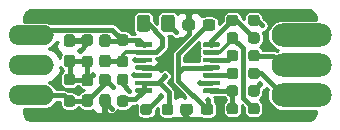
<source format=gbr>
%TF.GenerationSoftware,KiCad,Pcbnew,5.1.9-1.fc32*%
%TF.CreationDate,2021-03-14T18:14:37+05:30*%
%TF.ProjectId,BioAmp-EXG-Pill,42696f41-6d70-42d4-9558-472d50696c6c,v0.7*%
%TF.SameCoordinates,Original*%
%TF.FileFunction,Copper,L1,Top*%
%TF.FilePolarity,Positive*%
%FSLAX46Y46*%
G04 Gerber Fmt 4.6, Leading zero omitted, Abs format (unit mm)*
G04 Created by KiCad (PCBNEW 5.1.9-1.fc32) date 2021-03-14 18:14:37*
%MOMM*%
%LPD*%
G01*
G04 APERTURE LIST*
%TA.AperFunction,ComponentPad*%
%ADD10O,3.500000X1.700000*%
%TD*%
%TA.AperFunction,ComponentPad*%
%ADD11O,3.500000X2.000000*%
%TD*%
%TA.AperFunction,ComponentPad*%
%ADD12O,4.500000X2.000000*%
%TD*%
%TA.AperFunction,ComponentPad*%
%ADD13O,2.000000X1.700000*%
%TD*%
%TA.AperFunction,ViaPad*%
%ADD14C,0.500000*%
%TD*%
%TA.AperFunction,ViaPad*%
%ADD15C,0.400000*%
%TD*%
%TA.AperFunction,ViaPad*%
%ADD16C,1.700000*%
%TD*%
%TA.AperFunction,Conductor*%
%ADD17C,0.400000*%
%TD*%
%TA.AperFunction,Conductor*%
%ADD18C,0.300000*%
%TD*%
%TA.AperFunction,Conductor*%
%ADD19C,0.500000*%
%TD*%
%TA.AperFunction,Conductor*%
%ADD20C,0.254000*%
%TD*%
%TA.AperFunction,Conductor*%
%ADD21C,0.100000*%
%TD*%
G04 APERTURE END LIST*
%TO.P,U1,14*%
%TO.N,ampRef*%
%TA.AperFunction,SMDPad,CuDef*%
G36*
G01*
X132325000Y-99050000D02*
X132325000Y-99250000D01*
G75*
G02*
X132225000Y-99350000I-100000J0D01*
G01*
X130950000Y-99350000D01*
G75*
G02*
X130850000Y-99250000I0J100000D01*
G01*
X130850000Y-99050000D01*
G75*
G02*
X130950000Y-98950000I100000J0D01*
G01*
X132225000Y-98950000D01*
G75*
G02*
X132325000Y-99050000I0J-100000D01*
G01*
G37*
%TD.AperFunction*%
%TO.P,U1,13*%
%TA.AperFunction,SMDPad,CuDef*%
G36*
G01*
X132325000Y-98400000D02*
X132325000Y-98600000D01*
G75*
G02*
X132225000Y-98700000I-100000J0D01*
G01*
X130950000Y-98700000D01*
G75*
G02*
X130850000Y-98600000I0J100000D01*
G01*
X130850000Y-98400000D01*
G75*
G02*
X130950000Y-98300000I100000J0D01*
G01*
X132225000Y-98300000D01*
G75*
G02*
X132325000Y-98400000I0J-100000D01*
G01*
G37*
%TD.AperFunction*%
%TO.P,U1,12*%
%TO.N,vRef*%
%TA.AperFunction,SMDPad,CuDef*%
G36*
G01*
X132325000Y-97750000D02*
X132325000Y-97950000D01*
G75*
G02*
X132225000Y-98050000I-100000J0D01*
G01*
X130950000Y-98050000D01*
G75*
G02*
X130850000Y-97950000I0J100000D01*
G01*
X130850000Y-97750000D01*
G75*
G02*
X130950000Y-97650000I100000J0D01*
G01*
X132225000Y-97650000D01*
G75*
G02*
X132325000Y-97750000I0J-100000D01*
G01*
G37*
%TD.AperFunction*%
%TO.P,U1,11*%
%TO.N,GND*%
%TA.AperFunction,SMDPad,CuDef*%
G36*
G01*
X132325000Y-97100000D02*
X132325000Y-97300000D01*
G75*
G02*
X132225000Y-97400000I-100000J0D01*
G01*
X130950000Y-97400000D01*
G75*
G02*
X130850000Y-97300000I0J100000D01*
G01*
X130850000Y-97100000D01*
G75*
G02*
X130950000Y-97000000I100000J0D01*
G01*
X132225000Y-97000000D01*
G75*
G02*
X132325000Y-97100000I0J-100000D01*
G01*
G37*
%TD.AperFunction*%
%TO.P,U1,10*%
%TO.N,ampRef*%
%TA.AperFunction,SMDPad,CuDef*%
G36*
G01*
X132325000Y-96450000D02*
X132325000Y-96650000D01*
G75*
G02*
X132225000Y-96750000I-100000J0D01*
G01*
X130950000Y-96750000D01*
G75*
G02*
X130850000Y-96650000I0J100000D01*
G01*
X130850000Y-96450000D01*
G75*
G02*
X130950000Y-96350000I100000J0D01*
G01*
X132225000Y-96350000D01*
G75*
G02*
X132325000Y-96450000I0J-100000D01*
G01*
G37*
%TD.AperFunction*%
%TO.P,U1,9*%
%TO.N,Net-(C1-Pad1)*%
%TA.AperFunction,SMDPad,CuDef*%
G36*
G01*
X132325000Y-95800000D02*
X132325000Y-96000000D01*
G75*
G02*
X132225000Y-96100000I-100000J0D01*
G01*
X130950000Y-96100000D01*
G75*
G02*
X130850000Y-96000000I0J100000D01*
G01*
X130850000Y-95800000D01*
G75*
G02*
X130950000Y-95700000I100000J0D01*
G01*
X132225000Y-95700000D01*
G75*
G02*
X132325000Y-95800000I0J-100000D01*
G01*
G37*
%TD.AperFunction*%
%TO.P,U1,8*%
%TO.N,OUT*%
%TA.AperFunction,SMDPad,CuDef*%
G36*
G01*
X132325000Y-95150000D02*
X132325000Y-95350000D01*
G75*
G02*
X132225000Y-95450000I-100000J0D01*
G01*
X130950000Y-95450000D01*
G75*
G02*
X130850000Y-95350000I0J100000D01*
G01*
X130850000Y-95150000D01*
G75*
G02*
X130950000Y-95050000I100000J0D01*
G01*
X132225000Y-95050000D01*
G75*
G02*
X132325000Y-95150000I0J-100000D01*
G01*
G37*
%TD.AperFunction*%
%TO.P,U1,7*%
%TO.N,inaOUT*%
%TA.AperFunction,SMDPad,CuDef*%
G36*
G01*
X138050000Y-95150000D02*
X138050000Y-95350000D01*
G75*
G02*
X137950000Y-95450000I-100000J0D01*
G01*
X136675000Y-95450000D01*
G75*
G02*
X136575000Y-95350000I0J100000D01*
G01*
X136575000Y-95150000D01*
G75*
G02*
X136675000Y-95050000I100000J0D01*
G01*
X137950000Y-95050000D01*
G75*
G02*
X138050000Y-95150000I0J-100000D01*
G01*
G37*
%TD.AperFunction*%
%TO.P,U1,6*%
%TO.N,Net-(R3-Pad1)*%
%TA.AperFunction,SMDPad,CuDef*%
G36*
G01*
X138050000Y-95800000D02*
X138050000Y-96000000D01*
G75*
G02*
X137950000Y-96100000I-100000J0D01*
G01*
X136675000Y-96100000D01*
G75*
G02*
X136575000Y-96000000I0J100000D01*
G01*
X136575000Y-95800000D01*
G75*
G02*
X136675000Y-95700000I100000J0D01*
G01*
X137950000Y-95700000D01*
G75*
G02*
X138050000Y-95800000I0J-100000D01*
G01*
G37*
%TD.AperFunction*%
%TO.P,U1,5*%
%TO.N,Net-(R12-Pad1)*%
%TA.AperFunction,SMDPad,CuDef*%
G36*
G01*
X138050000Y-96450000D02*
X138050000Y-96650000D01*
G75*
G02*
X137950000Y-96750000I-100000J0D01*
G01*
X136675000Y-96750000D01*
G75*
G02*
X136575000Y-96650000I0J100000D01*
G01*
X136575000Y-96450000D01*
G75*
G02*
X136675000Y-96350000I100000J0D01*
G01*
X137950000Y-96350000D01*
G75*
G02*
X138050000Y-96450000I0J-100000D01*
G01*
G37*
%TD.AperFunction*%
%TO.P,U1,4*%
%TO.N,VCC*%
%TA.AperFunction,SMDPad,CuDef*%
G36*
G01*
X138050000Y-97100000D02*
X138050000Y-97300000D01*
G75*
G02*
X137950000Y-97400000I-100000J0D01*
G01*
X136675000Y-97400000D01*
G75*
G02*
X136575000Y-97300000I0J100000D01*
G01*
X136575000Y-97100000D01*
G75*
G02*
X136675000Y-97000000I100000J0D01*
G01*
X137950000Y-97000000D01*
G75*
G02*
X138050000Y-97100000I0J-100000D01*
G01*
G37*
%TD.AperFunction*%
%TO.P,U1,3*%
%TO.N,Net-(R6-Pad1)*%
%TA.AperFunction,SMDPad,CuDef*%
G36*
G01*
X138050000Y-97750000D02*
X138050000Y-97950000D01*
G75*
G02*
X137950000Y-98050000I-100000J0D01*
G01*
X136675000Y-98050000D01*
G75*
G02*
X136575000Y-97950000I0J100000D01*
G01*
X136575000Y-97750000D01*
G75*
G02*
X136675000Y-97650000I100000J0D01*
G01*
X137950000Y-97650000D01*
G75*
G02*
X138050000Y-97750000I0J-100000D01*
G01*
G37*
%TD.AperFunction*%
%TO.P,U1,2*%
%TO.N,Net-(R1-Pad1)*%
%TA.AperFunction,SMDPad,CuDef*%
G36*
G01*
X138050000Y-98400000D02*
X138050000Y-98600000D01*
G75*
G02*
X137950000Y-98700000I-100000J0D01*
G01*
X136675000Y-98700000D01*
G75*
G02*
X136575000Y-98600000I0J100000D01*
G01*
X136575000Y-98400000D01*
G75*
G02*
X136675000Y-98300000I100000J0D01*
G01*
X137950000Y-98300000D01*
G75*
G02*
X138050000Y-98400000I0J-100000D01*
G01*
G37*
%TD.AperFunction*%
%TO.P,U1,1*%
%TO.N,Net-(R2-Pad1)*%
%TA.AperFunction,SMDPad,CuDef*%
G36*
G01*
X138050000Y-99050000D02*
X138050000Y-99250000D01*
G75*
G02*
X137950000Y-99350000I-100000J0D01*
G01*
X136675000Y-99350000D01*
G75*
G02*
X136575000Y-99250000I0J100000D01*
G01*
X136575000Y-99050000D01*
G75*
G02*
X136675000Y-98950000I100000J0D01*
G01*
X137950000Y-98950000D01*
G75*
G02*
X138050000Y-99050000I0J-100000D01*
G01*
G37*
%TD.AperFunction*%
%TD*%
%TO.P,C3,2*%
%TO.N,vRef*%
%TA.AperFunction,SMDPad,CuDef*%
G36*
G01*
X127037500Y-98805000D02*
X126562500Y-98805000D01*
G75*
G02*
X126325000Y-98567500I0J237500D01*
G01*
X126325000Y-97967500D01*
G75*
G02*
X126562500Y-97730000I237500J0D01*
G01*
X127037500Y-97730000D01*
G75*
G02*
X127275000Y-97967500I0J-237500D01*
G01*
X127275000Y-98567500D01*
G75*
G02*
X127037500Y-98805000I-237500J0D01*
G01*
G37*
%TD.AperFunction*%
%TO.P,C3,1*%
%TO.N,VCC*%
%TA.AperFunction,SMDPad,CuDef*%
G36*
G01*
X127037500Y-100530000D02*
X126562500Y-100530000D01*
G75*
G02*
X126325000Y-100292500I0J237500D01*
G01*
X126325000Y-99692500D01*
G75*
G02*
X126562500Y-99455000I237500J0D01*
G01*
X127037500Y-99455000D01*
G75*
G02*
X127275000Y-99692500I0J-237500D01*
G01*
X127275000Y-100292500D01*
G75*
G02*
X127037500Y-100530000I-237500J0D01*
G01*
G37*
%TD.AperFunction*%
%TD*%
D10*
%TO.P,J2,1*%
%TO.N,OUT*%
X121850000Y-94480000D03*
%TO.P,J2,2*%
%TO.N,GND*%
X121850000Y-97020000D03*
%TO.P,J2,3*%
%TO.N,VCC*%
X121850000Y-99560000D03*
%TD*%
D11*
%TO.P,J1,1*%
%TO.N,DRL*%
X145760000Y-94470000D03*
%TO.P,J1,2*%
%TO.N,BIO+*%
X145760000Y-97010000D03*
%TO.P,J1,3*%
%TO.N,BIO-*%
X145760000Y-99550000D03*
%TD*%
%TO.P,C1,2*%
%TO.N,Net-(C1-Pad2)*%
%TA.AperFunction,SMDPad,CuDef*%
G36*
G01*
X133050000Y-93925000D02*
X133050000Y-92975000D01*
G75*
G02*
X133300000Y-92725000I250000J0D01*
G01*
X133975000Y-92725000D01*
G75*
G02*
X134225000Y-92975000I0J-250000D01*
G01*
X134225000Y-93925000D01*
G75*
G02*
X133975000Y-94175000I-250000J0D01*
G01*
X133300000Y-94175000D01*
G75*
G02*
X133050000Y-93925000I0J250000D01*
G01*
G37*
%TD.AperFunction*%
%TO.P,C1,1*%
%TO.N,Net-(C1-Pad1)*%
%TA.AperFunction,SMDPad,CuDef*%
G36*
G01*
X130975000Y-93925000D02*
X130975000Y-92975000D01*
G75*
G02*
X131225000Y-92725000I250000J0D01*
G01*
X131900000Y-92725000D01*
G75*
G02*
X132150000Y-92975000I0J-250000D01*
G01*
X132150000Y-93925000D01*
G75*
G02*
X131900000Y-94175000I-250000J0D01*
G01*
X131225000Y-94175000D01*
G75*
G02*
X130975000Y-93925000I0J250000D01*
G01*
G37*
%TD.AperFunction*%
%TD*%
%TO.P,C8,2*%
%TO.N,VCC*%
%TA.AperFunction,SMDPad,CuDef*%
G36*
G01*
X136395000Y-100967500D02*
X136395000Y-100492500D01*
G75*
G02*
X136632500Y-100255000I237500J0D01*
G01*
X137232500Y-100255000D01*
G75*
G02*
X137470000Y-100492500I0J-237500D01*
G01*
X137470000Y-100967500D01*
G75*
G02*
X137232500Y-101205000I-237500J0D01*
G01*
X136632500Y-101205000D01*
G75*
G02*
X136395000Y-100967500I0J237500D01*
G01*
G37*
%TD.AperFunction*%
%TO.P,C8,1*%
%TO.N,GND*%
%TA.AperFunction,SMDPad,CuDef*%
G36*
G01*
X134670000Y-100967500D02*
X134670000Y-100492500D01*
G75*
G02*
X134907500Y-100255000I237500J0D01*
G01*
X135507500Y-100255000D01*
G75*
G02*
X135745000Y-100492500I0J-237500D01*
G01*
X135745000Y-100967500D01*
G75*
G02*
X135507500Y-101205000I-237500J0D01*
G01*
X134907500Y-101205000D01*
G75*
G02*
X134670000Y-100967500I0J237500D01*
G01*
G37*
%TD.AperFunction*%
%TD*%
%TO.P,R12,2*%
%TO.N,BIO+*%
%TA.AperFunction,SMDPad,CuDef*%
G36*
G01*
X140425000Y-96437500D02*
X140425000Y-95962500D01*
G75*
G02*
X140662500Y-95725000I237500J0D01*
G01*
X141162500Y-95725000D01*
G75*
G02*
X141400000Y-95962500I0J-237500D01*
G01*
X141400000Y-96437500D01*
G75*
G02*
X141162500Y-96675000I-237500J0D01*
G01*
X140662500Y-96675000D01*
G75*
G02*
X140425000Y-96437500I0J237500D01*
G01*
G37*
%TD.AperFunction*%
%TO.P,R12,1*%
%TO.N,Net-(R12-Pad1)*%
%TA.AperFunction,SMDPad,CuDef*%
G36*
G01*
X138600000Y-96437500D02*
X138600000Y-95962500D01*
G75*
G02*
X138837500Y-95725000I237500J0D01*
G01*
X139337500Y-95725000D01*
G75*
G02*
X139575000Y-95962500I0J-237500D01*
G01*
X139575000Y-96437500D01*
G75*
G02*
X139337500Y-96675000I-237500J0D01*
G01*
X138837500Y-96675000D01*
G75*
G02*
X138600000Y-96437500I0J237500D01*
G01*
G37*
%TD.AperFunction*%
%TD*%
%TO.P,R11,2*%
%TO.N,ampRef*%
%TA.AperFunction,SMDPad,CuDef*%
G36*
G01*
X133125000Y-100987500D02*
X133125000Y-100512500D01*
G75*
G02*
X133362500Y-100275000I237500J0D01*
G01*
X133862500Y-100275000D01*
G75*
G02*
X134100000Y-100512500I0J-237500D01*
G01*
X134100000Y-100987500D01*
G75*
G02*
X133862500Y-101225000I-237500J0D01*
G01*
X133362500Y-101225000D01*
G75*
G02*
X133125000Y-100987500I0J237500D01*
G01*
G37*
%TD.AperFunction*%
%TO.P,R11,1*%
%TO.N,DRL*%
%TA.AperFunction,SMDPad,CuDef*%
G36*
G01*
X131300000Y-100987500D02*
X131300000Y-100512500D01*
G75*
G02*
X131537500Y-100275000I237500J0D01*
G01*
X132037500Y-100275000D01*
G75*
G02*
X132275000Y-100512500I0J-237500D01*
G01*
X132275000Y-100987500D01*
G75*
G02*
X132037500Y-101225000I-237500J0D01*
G01*
X131537500Y-101225000D01*
G75*
G02*
X131300000Y-100987500I0J237500D01*
G01*
G37*
%TD.AperFunction*%
%TD*%
%TO.P,R6,2*%
%TO.N,BIO-*%
%TA.AperFunction,SMDPad,CuDef*%
G36*
G01*
X140425000Y-97937500D02*
X140425000Y-97462500D01*
G75*
G02*
X140662500Y-97225000I237500J0D01*
G01*
X141162500Y-97225000D01*
G75*
G02*
X141400000Y-97462500I0J-237500D01*
G01*
X141400000Y-97937500D01*
G75*
G02*
X141162500Y-98175000I-237500J0D01*
G01*
X140662500Y-98175000D01*
G75*
G02*
X140425000Y-97937500I0J237500D01*
G01*
G37*
%TD.AperFunction*%
%TO.P,R6,1*%
%TO.N,Net-(R6-Pad1)*%
%TA.AperFunction,SMDPad,CuDef*%
G36*
G01*
X138600000Y-97937500D02*
X138600000Y-97462500D01*
G75*
G02*
X138837500Y-97225000I237500J0D01*
G01*
X139337500Y-97225000D01*
G75*
G02*
X139575000Y-97462500I0J-237500D01*
G01*
X139575000Y-97937500D01*
G75*
G02*
X139337500Y-98175000I-237500J0D01*
G01*
X138837500Y-98175000D01*
G75*
G02*
X138600000Y-97937500I0J237500D01*
G01*
G37*
%TD.AperFunction*%
%TD*%
%TO.P,R9,2*%
%TO.N,vRef*%
%TA.AperFunction,SMDPad,CuDef*%
G36*
G01*
X126562500Y-96205000D02*
X127037500Y-96205000D01*
G75*
G02*
X127275000Y-96442500I0J-237500D01*
G01*
X127275000Y-96942500D01*
G75*
G02*
X127037500Y-97180000I-237500J0D01*
G01*
X126562500Y-97180000D01*
G75*
G02*
X126325000Y-96942500I0J237500D01*
G01*
X126325000Y-96442500D01*
G75*
G02*
X126562500Y-96205000I237500J0D01*
G01*
G37*
%TD.AperFunction*%
%TO.P,R9,1*%
%TO.N,GND*%
%TA.AperFunction,SMDPad,CuDef*%
G36*
G01*
X126562500Y-94380000D02*
X127037500Y-94380000D01*
G75*
G02*
X127275000Y-94617500I0J-237500D01*
G01*
X127275000Y-95117500D01*
G75*
G02*
X127037500Y-95355000I-237500J0D01*
G01*
X126562500Y-95355000D01*
G75*
G02*
X126325000Y-95117500I0J237500D01*
G01*
X126325000Y-94617500D01*
G75*
G02*
X126562500Y-94380000I237500J0D01*
G01*
G37*
%TD.AperFunction*%
%TD*%
%TO.P,R8,2*%
%TO.N,VCC*%
%TA.AperFunction,SMDPad,CuDef*%
G36*
G01*
X125062500Y-99555000D02*
X125537500Y-99555000D01*
G75*
G02*
X125775000Y-99792500I0J-237500D01*
G01*
X125775000Y-100292500D01*
G75*
G02*
X125537500Y-100530000I-237500J0D01*
G01*
X125062500Y-100530000D01*
G75*
G02*
X124825000Y-100292500I0J237500D01*
G01*
X124825000Y-99792500D01*
G75*
G02*
X125062500Y-99555000I237500J0D01*
G01*
G37*
%TD.AperFunction*%
%TO.P,R8,1*%
%TO.N,vRef*%
%TA.AperFunction,SMDPad,CuDef*%
G36*
G01*
X125062500Y-97730000D02*
X125537500Y-97730000D01*
G75*
G02*
X125775000Y-97967500I0J-237500D01*
G01*
X125775000Y-98467500D01*
G75*
G02*
X125537500Y-98705000I-237500J0D01*
G01*
X125062500Y-98705000D01*
G75*
G02*
X124825000Y-98467500I0J237500D01*
G01*
X124825000Y-97967500D01*
G75*
G02*
X125062500Y-97730000I237500J0D01*
G01*
G37*
%TD.AperFunction*%
%TD*%
%TO.P,R7,2*%
%TO.N,Net-(C1-Pad1)*%
%TA.AperFunction,SMDPad,CuDef*%
G36*
G01*
X129562500Y-96205000D02*
X130037500Y-96205000D01*
G75*
G02*
X130275000Y-96442500I0J-237500D01*
G01*
X130275000Y-96942500D01*
G75*
G02*
X130037500Y-97180000I-237500J0D01*
G01*
X129562500Y-97180000D01*
G75*
G02*
X129325000Y-96942500I0J237500D01*
G01*
X129325000Y-96442500D01*
G75*
G02*
X129562500Y-96205000I237500J0D01*
G01*
G37*
%TD.AperFunction*%
%TO.P,R7,1*%
%TO.N,OUT*%
%TA.AperFunction,SMDPad,CuDef*%
G36*
G01*
X129562500Y-94380000D02*
X130037500Y-94380000D01*
G75*
G02*
X130275000Y-94617500I0J-237500D01*
G01*
X130275000Y-95117500D01*
G75*
G02*
X130037500Y-95355000I-237500J0D01*
G01*
X129562500Y-95355000D01*
G75*
G02*
X129325000Y-95117500I0J237500D01*
G01*
X129325000Y-94617500D01*
G75*
G02*
X129562500Y-94380000I237500J0D01*
G01*
G37*
%TD.AperFunction*%
%TD*%
%TO.P,R5,2*%
%TO.N,inaOUT*%
%TA.AperFunction,SMDPad,CuDef*%
G36*
G01*
X139565000Y-92962500D02*
X139565000Y-93437500D01*
G75*
G02*
X139327500Y-93675000I-237500J0D01*
G01*
X138827500Y-93675000D01*
G75*
G02*
X138590000Y-93437500I0J237500D01*
G01*
X138590000Y-92962500D01*
G75*
G02*
X138827500Y-92725000I237500J0D01*
G01*
X139327500Y-92725000D01*
G75*
G02*
X139565000Y-92962500I0J-237500D01*
G01*
G37*
%TD.AperFunction*%
%TO.P,R5,1*%
%TO.N,Net-(C1-Pad2)*%
%TA.AperFunction,SMDPad,CuDef*%
G36*
G01*
X141390000Y-92962500D02*
X141390000Y-93437500D01*
G75*
G02*
X141152500Y-93675000I-237500J0D01*
G01*
X140652500Y-93675000D01*
G75*
G02*
X140415000Y-93437500I0J237500D01*
G01*
X140415000Y-92962500D01*
G75*
G02*
X140652500Y-92725000I237500J0D01*
G01*
X141152500Y-92725000D01*
G75*
G02*
X141390000Y-92962500I0J-237500D01*
G01*
G37*
%TD.AperFunction*%
%TD*%
%TO.P,R4,2*%
%TO.N,Net-(R3-Pad1)*%
%TA.AperFunction,SMDPad,CuDef*%
G36*
G01*
X139575000Y-94462500D02*
X139575000Y-94937500D01*
G75*
G02*
X139337500Y-95175000I-237500J0D01*
G01*
X138837500Y-95175000D01*
G75*
G02*
X138600000Y-94937500I0J237500D01*
G01*
X138600000Y-94462500D01*
G75*
G02*
X138837500Y-94225000I237500J0D01*
G01*
X139337500Y-94225000D01*
G75*
G02*
X139575000Y-94462500I0J-237500D01*
G01*
G37*
%TD.AperFunction*%
%TO.P,R4,1*%
%TO.N,inaOUT*%
%TA.AperFunction,SMDPad,CuDef*%
G36*
G01*
X141400000Y-94462500D02*
X141400000Y-94937500D01*
G75*
G02*
X141162500Y-95175000I-237500J0D01*
G01*
X140662500Y-95175000D01*
G75*
G02*
X140425000Y-94937500I0J237500D01*
G01*
X140425000Y-94462500D01*
G75*
G02*
X140662500Y-94225000I237500J0D01*
G01*
X141162500Y-94225000D01*
G75*
G02*
X141400000Y-94462500I0J-237500D01*
G01*
G37*
%TD.AperFunction*%
%TD*%
%TO.P,R3,2*%
%TO.N,Net-(R2-Pad1)*%
%TA.AperFunction,SMDPad,CuDef*%
G36*
G01*
X139565000Y-100442500D02*
X139565000Y-100917500D01*
G75*
G02*
X139327500Y-101155000I-237500J0D01*
G01*
X138827500Y-101155000D01*
G75*
G02*
X138590000Y-100917500I0J237500D01*
G01*
X138590000Y-100442500D01*
G75*
G02*
X138827500Y-100205000I237500J0D01*
G01*
X139327500Y-100205000D01*
G75*
G02*
X139565000Y-100442500I0J-237500D01*
G01*
G37*
%TD.AperFunction*%
%TO.P,R3,1*%
%TO.N,Net-(R3-Pad1)*%
%TA.AperFunction,SMDPad,CuDef*%
G36*
G01*
X141390000Y-100442500D02*
X141390000Y-100917500D01*
G75*
G02*
X141152500Y-101155000I-237500J0D01*
G01*
X140652500Y-101155000D01*
G75*
G02*
X140415000Y-100917500I0J237500D01*
G01*
X140415000Y-100442500D01*
G75*
G02*
X140652500Y-100205000I237500J0D01*
G01*
X141152500Y-100205000D01*
G75*
G02*
X141390000Y-100442500I0J-237500D01*
G01*
G37*
%TD.AperFunction*%
%TD*%
%TO.P,R2,2*%
%TO.N,Net-(R1-Pad1)*%
%TA.AperFunction,SMDPad,CuDef*%
G36*
G01*
X140415000Y-99417500D02*
X140415000Y-98942500D01*
G75*
G02*
X140652500Y-98705000I237500J0D01*
G01*
X141152500Y-98705000D01*
G75*
G02*
X141390000Y-98942500I0J-237500D01*
G01*
X141390000Y-99417500D01*
G75*
G02*
X141152500Y-99655000I-237500J0D01*
G01*
X140652500Y-99655000D01*
G75*
G02*
X140415000Y-99417500I0J237500D01*
G01*
G37*
%TD.AperFunction*%
%TO.P,R2,1*%
%TO.N,Net-(R2-Pad1)*%
%TA.AperFunction,SMDPad,CuDef*%
G36*
G01*
X138590000Y-99417500D02*
X138590000Y-98942500D01*
G75*
G02*
X138827500Y-98705000I237500J0D01*
G01*
X139327500Y-98705000D01*
G75*
G02*
X139565000Y-98942500I0J-237500D01*
G01*
X139565000Y-99417500D01*
G75*
G02*
X139327500Y-99655000I-237500J0D01*
G01*
X138827500Y-99655000D01*
G75*
G02*
X138590000Y-99417500I0J237500D01*
G01*
G37*
%TD.AperFunction*%
%TD*%
%TO.P,R1,2*%
%TO.N,ampRef*%
%TA.AperFunction,SMDPad,CuDef*%
G36*
G01*
X129562500Y-99555000D02*
X130037500Y-99555000D01*
G75*
G02*
X130275000Y-99792500I0J-237500D01*
G01*
X130275000Y-100292500D01*
G75*
G02*
X130037500Y-100530000I-237500J0D01*
G01*
X129562500Y-100530000D01*
G75*
G02*
X129325000Y-100292500I0J237500D01*
G01*
X129325000Y-99792500D01*
G75*
G02*
X129562500Y-99555000I237500J0D01*
G01*
G37*
%TD.AperFunction*%
%TO.P,R1,1*%
%TO.N,Net-(R1-Pad1)*%
%TA.AperFunction,SMDPad,CuDef*%
G36*
G01*
X129562500Y-97730000D02*
X130037500Y-97730000D01*
G75*
G02*
X130275000Y-97967500I0J-237500D01*
G01*
X130275000Y-98467500D01*
G75*
G02*
X130037500Y-98705000I-237500J0D01*
G01*
X129562500Y-98705000D01*
G75*
G02*
X129325000Y-98467500I0J237500D01*
G01*
X129325000Y-97967500D01*
G75*
G02*
X129562500Y-97730000I237500J0D01*
G01*
G37*
%TD.AperFunction*%
%TD*%
D12*
%TO.P,J1,3*%
%TO.N,BIO-*%
X144610000Y-99550000D03*
%TO.P,J1,2*%
%TO.N,BIO+*%
X144610000Y-97010000D03*
%TO.P,J1,1*%
%TO.N,DRL*%
X144610000Y-94470000D03*
%TD*%
D13*
%TO.P,J2,3*%
%TO.N,VCC*%
X123000000Y-99560000D03*
%TO.P,J2,2*%
%TO.N,GND*%
X123000000Y-97020000D03*
%TO.P,J2,1*%
%TO.N,OUT*%
X123000000Y-94480000D03*
%TD*%
%TO.P,C9,2*%
%TO.N,VCC*%
%TA.AperFunction,SMDPad,CuDef*%
G36*
G01*
X128537500Y-98805000D02*
X128062500Y-98805000D01*
G75*
G02*
X127825000Y-98567500I0J237500D01*
G01*
X127825000Y-97967500D01*
G75*
G02*
X128062500Y-97730000I237500J0D01*
G01*
X128537500Y-97730000D01*
G75*
G02*
X128775000Y-97967500I0J-237500D01*
G01*
X128775000Y-98567500D01*
G75*
G02*
X128537500Y-98805000I-237500J0D01*
G01*
G37*
%TD.AperFunction*%
%TO.P,C9,1*%
%TO.N,GND*%
%TA.AperFunction,SMDPad,CuDef*%
G36*
G01*
X128537500Y-100530000D02*
X128062500Y-100530000D01*
G75*
G02*
X127825000Y-100292500I0J237500D01*
G01*
X127825000Y-99692500D01*
G75*
G02*
X128062500Y-99455000I237500J0D01*
G01*
X128537500Y-99455000D01*
G75*
G02*
X128775000Y-99692500I0J-237500D01*
G01*
X128775000Y-100292500D01*
G75*
G02*
X128537500Y-100530000I-237500J0D01*
G01*
G37*
%TD.AperFunction*%
%TD*%
%TO.P,C7,2*%
%TO.N,GND*%
%TA.AperFunction,SMDPad,CuDef*%
G36*
G01*
X135925000Y-93352500D02*
X135925000Y-93827500D01*
G75*
G02*
X135687500Y-94065000I-237500J0D01*
G01*
X135087500Y-94065000D01*
G75*
G02*
X134850000Y-93827500I0J237500D01*
G01*
X134850000Y-93352500D01*
G75*
G02*
X135087500Y-93115000I237500J0D01*
G01*
X135687500Y-93115000D01*
G75*
G02*
X135925000Y-93352500I0J-237500D01*
G01*
G37*
%TD.AperFunction*%
%TO.P,C7,1*%
%TO.N,VCC*%
%TA.AperFunction,SMDPad,CuDef*%
G36*
G01*
X137650000Y-93352500D02*
X137650000Y-93827500D01*
G75*
G02*
X137412500Y-94065000I-237500J0D01*
G01*
X136812500Y-94065000D01*
G75*
G02*
X136575000Y-93827500I0J237500D01*
G01*
X136575000Y-93352500D01*
G75*
G02*
X136812500Y-93115000I237500J0D01*
G01*
X137412500Y-93115000D01*
G75*
G02*
X137650000Y-93352500I0J-237500D01*
G01*
G37*
%TD.AperFunction*%
%TD*%
%TO.P,C4,2*%
%TO.N,GND*%
%TA.AperFunction,SMDPad,CuDef*%
G36*
G01*
X125537500Y-95455000D02*
X125062500Y-95455000D01*
G75*
G02*
X124825000Y-95217500I0J237500D01*
G01*
X124825000Y-94617500D01*
G75*
G02*
X125062500Y-94380000I237500J0D01*
G01*
X125537500Y-94380000D01*
G75*
G02*
X125775000Y-94617500I0J-237500D01*
G01*
X125775000Y-95217500D01*
G75*
G02*
X125537500Y-95455000I-237500J0D01*
G01*
G37*
%TD.AperFunction*%
%TO.P,C4,1*%
%TO.N,vRef*%
%TA.AperFunction,SMDPad,CuDef*%
G36*
G01*
X125537500Y-97180000D02*
X125062500Y-97180000D01*
G75*
G02*
X124825000Y-96942500I0J237500D01*
G01*
X124825000Y-96342500D01*
G75*
G02*
X125062500Y-96105000I237500J0D01*
G01*
X125537500Y-96105000D01*
G75*
G02*
X125775000Y-96342500I0J-237500D01*
G01*
X125775000Y-96942500D01*
G75*
G02*
X125537500Y-97180000I-237500J0D01*
G01*
G37*
%TD.AperFunction*%
%TD*%
%TO.P,C2,2*%
%TO.N,Net-(C1-Pad1)*%
%TA.AperFunction,SMDPad,CuDef*%
G36*
G01*
X128062500Y-96105000D02*
X128537500Y-96105000D01*
G75*
G02*
X128775000Y-96342500I0J-237500D01*
G01*
X128775000Y-96942500D01*
G75*
G02*
X128537500Y-97180000I-237500J0D01*
G01*
X128062500Y-97180000D01*
G75*
G02*
X127825000Y-96942500I0J237500D01*
G01*
X127825000Y-96342500D01*
G75*
G02*
X128062500Y-96105000I237500J0D01*
G01*
G37*
%TD.AperFunction*%
%TO.P,C2,1*%
%TO.N,OUT*%
%TA.AperFunction,SMDPad,CuDef*%
G36*
G01*
X128062500Y-94380000D02*
X128537500Y-94380000D01*
G75*
G02*
X128775000Y-94617500I0J-237500D01*
G01*
X128775000Y-95217500D01*
G75*
G02*
X128537500Y-95455000I-237500J0D01*
G01*
X128062500Y-95455000D01*
G75*
G02*
X127825000Y-95217500I0J237500D01*
G01*
X127825000Y-94617500D01*
G75*
G02*
X128062500Y-94380000I237500J0D01*
G01*
G37*
%TD.AperFunction*%
%TD*%
D14*
%TO.N,Net-(C1-Pad2)*%
X141590000Y-93640000D03*
X134340000Y-94190000D03*
%TO.N,vRef*%
X130730000Y-97860000D03*
X127280000Y-97860000D03*
%TO.N,VCC*%
X128960000Y-98810000D03*
X137030000Y-99960000D03*
D15*
%TO.N,GND*%
X121680000Y-100820000D03*
X122000000Y-101530000D03*
X122310000Y-100840000D03*
X122630000Y-101550000D03*
X122910000Y-100830000D03*
X123310000Y-101540000D03*
X124060000Y-101350000D03*
X123530000Y-100830000D03*
X124280000Y-100630000D03*
X121600000Y-93180000D03*
X122330000Y-93170000D03*
X121900000Y-92590000D03*
X134930000Y-92420000D03*
X135920000Y-92420000D03*
X137020000Y-92420000D03*
X137580000Y-92420000D03*
X136470000Y-92420000D03*
X138130000Y-92420000D03*
X133780000Y-95030000D03*
X135940000Y-95780000D03*
X138110000Y-101060000D03*
X138110000Y-100360000D03*
X135440000Y-101570000D03*
X134890000Y-101570000D03*
X132610000Y-92430000D03*
X130800000Y-92420000D03*
X125690000Y-92430000D03*
X128440000Y-92420000D03*
X128470000Y-93140000D03*
X128890000Y-101490000D03*
X132240000Y-101570000D03*
X144370000Y-92450000D03*
X143470000Y-93040000D03*
X143750000Y-92450000D03*
X145910000Y-93050000D03*
X144060000Y-93040000D03*
X145600000Y-92460000D03*
X145280000Y-93030000D03*
X144680000Y-93040000D03*
X144970000Y-92440000D03*
X143150000Y-92440000D03*
X142550000Y-92450000D03*
X142260000Y-93080000D03*
X142880000Y-93080000D03*
X141930000Y-92450000D03*
X143750000Y-101560000D03*
X143150000Y-101570000D03*
X145870000Y-100980000D03*
X144970000Y-101570000D03*
X143430000Y-100960000D03*
X144370000Y-101560000D03*
X145600000Y-101550000D03*
X144030000Y-100960000D03*
X141970000Y-100990000D03*
X141780000Y-101560000D03*
X145250000Y-100970000D03*
X144650000Y-100960000D03*
X142770000Y-100910000D03*
X142550000Y-101560000D03*
X141150000Y-101570000D03*
X140530000Y-101570000D03*
X139330000Y-101570000D03*
X138700000Y-101570000D03*
X139930000Y-101580000D03*
X134330000Y-101570000D03*
X137560000Y-101570000D03*
X136080000Y-101580000D03*
X140040000Y-92430000D03*
X124000000Y-95640000D03*
X124140000Y-98460000D03*
D14*
X133850000Y-97200000D03*
X126160000Y-95760000D03*
X128860000Y-100690000D03*
D15*
X125660000Y-93080000D03*
X138130000Y-93010000D03*
D16*
%TO.N,BIO+*%
X144960000Y-97020000D03*
%TO.N,BIO-*%
X144960000Y-99560000D03*
D14*
%TO.N,Net-(R1-Pad1)*%
X136310000Y-98510000D03*
X130370000Y-99160000D03*
X141460000Y-98630000D03*
D16*
%TO.N,DRL*%
X144960000Y-94480000D03*
D14*
X133070000Y-99600000D03*
%TO.N,ampRef*%
X130830000Y-96540000D03*
X133380000Y-97910000D03*
%TD*%
D17*
%TO.N,Net-(C1-Pad2)*%
X133637500Y-93450000D02*
X133637500Y-93412500D01*
X141150000Y-93200000D02*
X141590000Y-93640000D01*
X140902500Y-93200000D02*
X141150000Y-93200000D01*
X134340000Y-94152500D02*
X133637500Y-93450000D01*
X134340000Y-94190000D02*
X134340000Y-94152500D01*
%TO.N,Net-(C1-Pad1)*%
X129750000Y-96642500D02*
X129800000Y-96692500D01*
X128300000Y-96642500D02*
X129750000Y-96642500D01*
X131562500Y-93450000D02*
X131600000Y-93450000D01*
X131587500Y-95900000D02*
X132660000Y-95900000D01*
X132660000Y-95900000D02*
X133170000Y-95390000D01*
X133170000Y-95390000D02*
X133170000Y-94714256D01*
X131905744Y-93450000D02*
X131562500Y-93450000D01*
X133170000Y-94714256D02*
X131905744Y-93450000D01*
D18*
X131587500Y-95900000D02*
X130080000Y-95900000D01*
X129800000Y-96180000D02*
X129800000Y-96692500D01*
X130080000Y-95900000D02*
X129800000Y-96180000D01*
D17*
%TO.N,vRef*%
X125300000Y-96642500D02*
X125300000Y-98217500D01*
X126750000Y-96642500D02*
X126800000Y-96692500D01*
X125300000Y-96642500D02*
X126750000Y-96642500D01*
X126800000Y-96692500D02*
X126800000Y-98267500D01*
X126750000Y-98217500D02*
X126800000Y-98267500D01*
X125300000Y-98217500D02*
X126750000Y-98217500D01*
X126800000Y-98267500D02*
X126912500Y-98267500D01*
X126800000Y-98267500D02*
X126892500Y-98267500D01*
X130740000Y-97850000D02*
X130730000Y-97860000D01*
X131587500Y-97850000D02*
X130740000Y-97850000D01*
X127207500Y-97860000D02*
X126800000Y-98267500D01*
X127280000Y-97860000D02*
X127207500Y-97860000D01*
D19*
%TO.N,VCC*%
X122952500Y-99762500D02*
X122770000Y-99580000D01*
D17*
X124817500Y-99560000D02*
X125300000Y-100042500D01*
X122610000Y-99560000D02*
X124817500Y-99560000D01*
X125350000Y-99992500D02*
X125300000Y-100042500D01*
X126800000Y-99992500D02*
X125350000Y-99992500D01*
X128300000Y-98492500D02*
X126800000Y-99992500D01*
X128300000Y-98267500D02*
X128300000Y-98492500D01*
X137012500Y-100750000D02*
X137012500Y-100482500D01*
X137012500Y-100750000D02*
X137012500Y-100742500D01*
X134930000Y-97200000D02*
X137312500Y-97200000D01*
X134500000Y-97630000D02*
X134930000Y-97200000D01*
X134500000Y-96062500D02*
X134500000Y-97630000D01*
X137012500Y-100750000D02*
X137012500Y-100727500D01*
X136972500Y-93590000D02*
X134500000Y-96062500D01*
X137112500Y-93590000D02*
X136972500Y-93590000D01*
X134500000Y-98297500D02*
X136932500Y-100730000D01*
X134500000Y-97630000D02*
X134500000Y-98297500D01*
X128417500Y-98267500D02*
X128960000Y-98810000D01*
X128300000Y-98267500D02*
X128417500Y-98267500D01*
X137030000Y-100632500D02*
X136932500Y-100730000D01*
X137030000Y-99960000D02*
X137030000Y-100632500D01*
%TO.N,GND*%
X125300000Y-94917500D02*
X126750000Y-94917500D01*
X131587500Y-97200000D02*
X132500000Y-97200000D01*
X132382124Y-97200000D02*
X131587500Y-97200000D01*
X135287500Y-100750000D02*
X135140000Y-100750000D01*
X132513958Y-97200000D02*
X131587500Y-97200000D01*
X135387500Y-94326458D02*
X132513958Y-97200000D01*
X135387500Y-93590000D02*
X135387500Y-94326458D01*
X134930000Y-101007500D02*
X135207500Y-100730000D01*
X135450000Y-100972500D02*
X135207500Y-100730000D01*
X134231576Y-101520000D02*
X134251576Y-101540000D01*
X134231576Y-101520000D02*
X134900000Y-101520000D01*
X134900000Y-101520000D02*
X134954990Y-101574990D01*
X134954990Y-101574990D02*
X134130000Y-101574990D01*
X134130000Y-101574990D02*
X136330000Y-101574990D01*
D18*
X135207500Y-101242500D02*
X134930000Y-101520000D01*
X135207500Y-100730000D02*
X135207500Y-101242500D01*
X135207500Y-101277500D02*
X135450000Y-101520000D01*
X135207500Y-100730000D02*
X135207500Y-101277500D01*
D17*
X131587500Y-97200000D02*
X133850000Y-97200000D01*
X126750000Y-94917500D02*
X126800000Y-94867500D01*
X128300000Y-100130000D02*
X128860000Y-100690000D01*
X128300000Y-99992500D02*
X128300000Y-100130000D01*
X126800000Y-95120000D02*
X126160000Y-95760000D01*
X126800000Y-94867500D02*
X126800000Y-95120000D01*
%TO.N,OUT*%
X129750000Y-94917500D02*
X129800000Y-94867500D01*
X128300000Y-94917500D02*
X129750000Y-94917500D01*
X123110010Y-93979990D02*
X122610000Y-94480000D01*
X128912490Y-93979990D02*
X123110010Y-93979990D01*
X129800000Y-94867500D02*
X128912490Y-93979990D01*
X131205000Y-94867500D02*
X131587500Y-95250000D01*
X129800000Y-94867500D02*
X131205000Y-94867500D01*
%TO.N,BIO+*%
X140912500Y-96200000D02*
X141000000Y-96200000D01*
X142550000Y-96200000D02*
X143360000Y-97010000D01*
X140912500Y-96200000D02*
X142550000Y-96200000D01*
%TO.N,BIO-*%
X143090000Y-99590000D02*
X144900000Y-99590000D01*
X140912500Y-97700000D02*
X141200000Y-97700000D01*
X141510000Y-97700000D02*
X143360000Y-99550000D01*
X140912500Y-97700000D02*
X141510000Y-97700000D01*
%TO.N,Net-(R1-Pad1)*%
X136320000Y-98500000D02*
X136310000Y-98510000D01*
X137312500Y-98500000D02*
X136320000Y-98500000D01*
X140910000Y-99180000D02*
X141460000Y-98630000D01*
X140902500Y-99180000D02*
X140910000Y-99180000D01*
X129800000Y-98590000D02*
X130370000Y-99160000D01*
X129800000Y-98217500D02*
X129800000Y-98590000D01*
%TO.N,Net-(R3-Pad1)*%
X139975010Y-99752510D02*
X140902500Y-100680000D01*
X139975010Y-95587510D02*
X139975010Y-99752510D01*
X139087500Y-94700000D02*
X139975010Y-95587510D01*
D18*
X139087500Y-94848914D02*
X138036414Y-95900000D01*
X138036414Y-95900000D02*
X137312500Y-95900000D01*
X139087500Y-94700000D02*
X139087500Y-94848914D01*
D17*
%TO.N,DRL*%
X131787500Y-100750000D02*
X131787500Y-100662500D01*
X131920000Y-100750000D02*
X133070000Y-99600000D01*
X131787500Y-100750000D02*
X131920000Y-100750000D01*
%TO.N,Net-(R6-Pad1)*%
X138937500Y-97850000D02*
X139087500Y-97700000D01*
X137312500Y-97850000D02*
X138937500Y-97850000D01*
%TO.N,Net-(R12-Pad1)*%
X138737500Y-96550000D02*
X139087500Y-96200000D01*
X137312500Y-96550000D02*
X138737500Y-96550000D01*
%TO.N,ampRef*%
X131587500Y-99150000D02*
X130837500Y-99900000D01*
X129942500Y-99900000D02*
X129800000Y-100042500D01*
X130837500Y-99900000D02*
X129942500Y-99900000D01*
X131587500Y-98500000D02*
X131587500Y-99150000D01*
X133720001Y-100642499D02*
X133612500Y-100750000D01*
X133720001Y-99287999D02*
X133720001Y-100642499D01*
X132932002Y-98500000D02*
X133720001Y-99287999D01*
X131587500Y-98500000D02*
X132932002Y-98500000D01*
X130860000Y-96550000D02*
X130830000Y-96520000D01*
X131587500Y-96550000D02*
X130860000Y-96550000D01*
X132932002Y-98357998D02*
X132932002Y-98500000D01*
X133380000Y-97910000D02*
X132932002Y-98357998D01*
%TO.N,Net-(R2-Pad1)*%
X139077500Y-99180000D02*
X139077500Y-100680000D01*
X139047500Y-99150000D02*
X139077500Y-99180000D01*
X137312500Y-99150000D02*
X139047500Y-99150000D01*
%TO.N,inaOUT*%
X139412500Y-93200000D02*
X140912500Y-94700000D01*
X139077500Y-93200000D02*
X139412500Y-93200000D01*
X137312500Y-94965000D02*
X137312500Y-95250000D01*
X139077500Y-93200000D02*
X137312500Y-94965000D01*
%TD*%
D20*
%TO.N,GND*%
X128427000Y-99865500D02*
X128447000Y-99865500D01*
X128447000Y-100119500D01*
X128427000Y-100119500D01*
X128427000Y-101006250D01*
X128585750Y-101165000D01*
X128775000Y-101168072D01*
X128899482Y-101155812D01*
X129019180Y-101119502D01*
X129129494Y-101060537D01*
X129226185Y-100981185D01*
X129305537Y-100884494D01*
X129343187Y-100814058D01*
X129345870Y-100815492D01*
X129452063Y-100847705D01*
X129562500Y-100858582D01*
X130037500Y-100858582D01*
X130147937Y-100847705D01*
X130254130Y-100815492D01*
X130351998Y-100763180D01*
X130437780Y-100692780D01*
X130508180Y-100606998D01*
X130560492Y-100509130D01*
X130585406Y-100427000D01*
X130811619Y-100427000D01*
X130837500Y-100429549D01*
X130863381Y-100427000D01*
X130940810Y-100419374D01*
X130981815Y-100406935D01*
X130971418Y-100512500D01*
X130971418Y-100987500D01*
X130982295Y-101097937D01*
X131014508Y-101204130D01*
X131066820Y-101301998D01*
X131137220Y-101387780D01*
X131223002Y-101458180D01*
X131320870Y-101510492D01*
X131427063Y-101542705D01*
X131537500Y-101553582D01*
X132037500Y-101553582D01*
X132147937Y-101542705D01*
X132254130Y-101510492D01*
X132351998Y-101458180D01*
X132437780Y-101387780D01*
X132508180Y-101301998D01*
X132560492Y-101204130D01*
X132592705Y-101097937D01*
X132603582Y-100987500D01*
X132603582Y-100811708D01*
X132796418Y-100618872D01*
X132796418Y-100987500D01*
X132807295Y-101097937D01*
X132839508Y-101204130D01*
X132891820Y-101301998D01*
X132962220Y-101387780D01*
X133048002Y-101458180D01*
X133145870Y-101510492D01*
X133252063Y-101542705D01*
X133362500Y-101553582D01*
X133862500Y-101553582D01*
X133972937Y-101542705D01*
X134079130Y-101510492D01*
X134105684Y-101496299D01*
X134139463Y-101559494D01*
X134212098Y-101648000D01*
X122117215Y-101648000D01*
X121974463Y-101634003D01*
X121853710Y-101597545D01*
X121742332Y-101538324D01*
X121644588Y-101458606D01*
X121564181Y-101361411D01*
X121504189Y-101250456D01*
X121466890Y-101129961D01*
X121452000Y-100988301D01*
X121452000Y-100737000D01*
X123207812Y-100737000D01*
X123380732Y-100719969D01*
X123602597Y-100652667D01*
X123807070Y-100543374D01*
X123986291Y-100396291D01*
X124133374Y-100217070D01*
X124202898Y-100087000D01*
X124496418Y-100087000D01*
X124496418Y-100292500D01*
X124507295Y-100402937D01*
X124539508Y-100509130D01*
X124591820Y-100606998D01*
X124662220Y-100692780D01*
X124748002Y-100763180D01*
X124845870Y-100815492D01*
X124952063Y-100847705D01*
X125062500Y-100858582D01*
X125537500Y-100858582D01*
X125647937Y-100847705D01*
X125754130Y-100815492D01*
X125851998Y-100763180D01*
X125937780Y-100692780D01*
X126008180Y-100606998D01*
X126050000Y-100528759D01*
X126091820Y-100606998D01*
X126162220Y-100692780D01*
X126248002Y-100763180D01*
X126345870Y-100815492D01*
X126452063Y-100847705D01*
X126562500Y-100858582D01*
X127037500Y-100858582D01*
X127147937Y-100847705D01*
X127254130Y-100815492D01*
X127256813Y-100814058D01*
X127294463Y-100884494D01*
X127373815Y-100981185D01*
X127470506Y-101060537D01*
X127580820Y-101119502D01*
X127700518Y-101155812D01*
X127825000Y-101168072D01*
X128014250Y-101165000D01*
X128173000Y-101006250D01*
X128173000Y-100119500D01*
X128153000Y-100119500D01*
X128153000Y-99865500D01*
X128173000Y-99865500D01*
X128173000Y-99845500D01*
X128427000Y-99845500D01*
X128427000Y-99865500D01*
%TA.AperFunction,Conductor*%
D21*
G36*
X128427000Y-99865500D02*
G01*
X128447000Y-99865500D01*
X128447000Y-100119500D01*
X128427000Y-100119500D01*
X128427000Y-101006250D01*
X128585750Y-101165000D01*
X128775000Y-101168072D01*
X128899482Y-101155812D01*
X129019180Y-101119502D01*
X129129494Y-101060537D01*
X129226185Y-100981185D01*
X129305537Y-100884494D01*
X129343187Y-100814058D01*
X129345870Y-100815492D01*
X129452063Y-100847705D01*
X129562500Y-100858582D01*
X130037500Y-100858582D01*
X130147937Y-100847705D01*
X130254130Y-100815492D01*
X130351998Y-100763180D01*
X130437780Y-100692780D01*
X130508180Y-100606998D01*
X130560492Y-100509130D01*
X130585406Y-100427000D01*
X130811619Y-100427000D01*
X130837500Y-100429549D01*
X130863381Y-100427000D01*
X130940810Y-100419374D01*
X130981815Y-100406935D01*
X130971418Y-100512500D01*
X130971418Y-100987500D01*
X130982295Y-101097937D01*
X131014508Y-101204130D01*
X131066820Y-101301998D01*
X131137220Y-101387780D01*
X131223002Y-101458180D01*
X131320870Y-101510492D01*
X131427063Y-101542705D01*
X131537500Y-101553582D01*
X132037500Y-101553582D01*
X132147937Y-101542705D01*
X132254130Y-101510492D01*
X132351998Y-101458180D01*
X132437780Y-101387780D01*
X132508180Y-101301998D01*
X132560492Y-101204130D01*
X132592705Y-101097937D01*
X132603582Y-100987500D01*
X132603582Y-100811708D01*
X132796418Y-100618872D01*
X132796418Y-100987500D01*
X132807295Y-101097937D01*
X132839508Y-101204130D01*
X132891820Y-101301998D01*
X132962220Y-101387780D01*
X133048002Y-101458180D01*
X133145870Y-101510492D01*
X133252063Y-101542705D01*
X133362500Y-101553582D01*
X133862500Y-101553582D01*
X133972937Y-101542705D01*
X134079130Y-101510492D01*
X134105684Y-101496299D01*
X134139463Y-101559494D01*
X134212098Y-101648000D01*
X122117215Y-101648000D01*
X121974463Y-101634003D01*
X121853710Y-101597545D01*
X121742332Y-101538324D01*
X121644588Y-101458606D01*
X121564181Y-101361411D01*
X121504189Y-101250456D01*
X121466890Y-101129961D01*
X121452000Y-100988301D01*
X121452000Y-100737000D01*
X123207812Y-100737000D01*
X123380732Y-100719969D01*
X123602597Y-100652667D01*
X123807070Y-100543374D01*
X123986291Y-100396291D01*
X124133374Y-100217070D01*
X124202898Y-100087000D01*
X124496418Y-100087000D01*
X124496418Y-100292500D01*
X124507295Y-100402937D01*
X124539508Y-100509130D01*
X124591820Y-100606998D01*
X124662220Y-100692780D01*
X124748002Y-100763180D01*
X124845870Y-100815492D01*
X124952063Y-100847705D01*
X125062500Y-100858582D01*
X125537500Y-100858582D01*
X125647937Y-100847705D01*
X125754130Y-100815492D01*
X125851998Y-100763180D01*
X125937780Y-100692780D01*
X126008180Y-100606998D01*
X126050000Y-100528759D01*
X126091820Y-100606998D01*
X126162220Y-100692780D01*
X126248002Y-100763180D01*
X126345870Y-100815492D01*
X126452063Y-100847705D01*
X126562500Y-100858582D01*
X127037500Y-100858582D01*
X127147937Y-100847705D01*
X127254130Y-100815492D01*
X127256813Y-100814058D01*
X127294463Y-100884494D01*
X127373815Y-100981185D01*
X127470506Y-101060537D01*
X127580820Y-101119502D01*
X127700518Y-101155812D01*
X127825000Y-101168072D01*
X128014250Y-101165000D01*
X128173000Y-101006250D01*
X128173000Y-100119500D01*
X128153000Y-100119500D01*
X128153000Y-99865500D01*
X128173000Y-99865500D01*
X128173000Y-99845500D01*
X128427000Y-99845500D01*
X128427000Y-99865500D01*
G37*
%TD.AperFunction*%
D20*
X142122577Y-99057866D02*
X142052201Y-99289863D01*
X142026580Y-99550000D01*
X142052201Y-99810137D01*
X142128081Y-100060278D01*
X142251302Y-100290808D01*
X142417130Y-100492870D01*
X142619192Y-100658698D01*
X142849722Y-100781919D01*
X143099863Y-100857799D01*
X143294816Y-100877000D01*
X146148001Y-100877000D01*
X146148001Y-100982775D01*
X146134003Y-101125537D01*
X146097545Y-101246290D01*
X146038324Y-101357668D01*
X145958606Y-101455412D01*
X145861411Y-101535819D01*
X145750456Y-101595811D01*
X145629961Y-101633110D01*
X145488301Y-101648000D01*
X136202902Y-101648000D01*
X136275537Y-101559494D01*
X136334502Y-101449180D01*
X136335071Y-101447304D01*
X136415870Y-101490492D01*
X136522063Y-101522705D01*
X136632500Y-101533582D01*
X137232500Y-101533582D01*
X137342937Y-101522705D01*
X137449130Y-101490492D01*
X137546998Y-101438180D01*
X137632780Y-101367780D01*
X137703180Y-101281998D01*
X137755492Y-101184130D01*
X137787705Y-101077937D01*
X137798582Y-100967500D01*
X137798582Y-100492500D01*
X137787705Y-100382063D01*
X137755492Y-100275870D01*
X137703180Y-100178002D01*
X137632780Y-100092220D01*
X137597726Y-100063452D01*
X137607000Y-100016830D01*
X137607000Y-99903170D01*
X137584826Y-99791695D01*
X137541331Y-99686688D01*
X137535915Y-99678582D01*
X137950000Y-99678582D01*
X137966062Y-99677000D01*
X138327423Y-99677000D01*
X138356820Y-99731998D01*
X138427220Y-99817780D01*
X138513002Y-99888180D01*
X138550500Y-99908224D01*
X138550501Y-99951776D01*
X138513002Y-99971820D01*
X138427220Y-100042220D01*
X138356820Y-100128002D01*
X138304508Y-100225870D01*
X138272295Y-100332063D01*
X138261418Y-100442500D01*
X138261418Y-100917500D01*
X138272295Y-101027937D01*
X138304508Y-101134130D01*
X138356820Y-101231998D01*
X138427220Y-101317780D01*
X138513002Y-101388180D01*
X138610870Y-101440492D01*
X138717063Y-101472705D01*
X138827500Y-101483582D01*
X139327500Y-101483582D01*
X139437937Y-101472705D01*
X139544130Y-101440492D01*
X139641998Y-101388180D01*
X139727780Y-101317780D01*
X139798180Y-101231998D01*
X139850492Y-101134130D01*
X139882705Y-101027937D01*
X139893582Y-100917500D01*
X139893582Y-100442500D01*
X139890727Y-100413517D01*
X140086418Y-100609208D01*
X140086418Y-100917500D01*
X140097295Y-101027937D01*
X140129508Y-101134130D01*
X140181820Y-101231998D01*
X140252220Y-101317780D01*
X140338002Y-101388180D01*
X140435870Y-101440492D01*
X140542063Y-101472705D01*
X140652500Y-101483582D01*
X141152500Y-101483582D01*
X141262937Y-101472705D01*
X141369130Y-101440492D01*
X141466998Y-101388180D01*
X141552780Y-101317780D01*
X141623180Y-101231998D01*
X141675492Y-101134130D01*
X141707705Y-101027937D01*
X141718582Y-100917500D01*
X141718582Y-100442500D01*
X141707705Y-100332063D01*
X141675492Y-100225870D01*
X141623180Y-100128002D01*
X141552780Y-100042220D01*
X141466998Y-99971820D01*
X141388759Y-99930000D01*
X141466998Y-99888180D01*
X141552780Y-99817780D01*
X141623180Y-99731998D01*
X141675492Y-99634130D01*
X141707705Y-99527937D01*
X141718582Y-99417500D01*
X141718582Y-99147432D01*
X141733312Y-99141331D01*
X141827816Y-99078185D01*
X141908185Y-98997816D01*
X141970006Y-98905295D01*
X142122577Y-99057866D01*
%TA.AperFunction,Conductor*%
D21*
G36*
X142122577Y-99057866D02*
G01*
X142052201Y-99289863D01*
X142026580Y-99550000D01*
X142052201Y-99810137D01*
X142128081Y-100060278D01*
X142251302Y-100290808D01*
X142417130Y-100492870D01*
X142619192Y-100658698D01*
X142849722Y-100781919D01*
X143099863Y-100857799D01*
X143294816Y-100877000D01*
X146148001Y-100877000D01*
X146148001Y-100982775D01*
X146134003Y-101125537D01*
X146097545Y-101246290D01*
X146038324Y-101357668D01*
X145958606Y-101455412D01*
X145861411Y-101535819D01*
X145750456Y-101595811D01*
X145629961Y-101633110D01*
X145488301Y-101648000D01*
X136202902Y-101648000D01*
X136275537Y-101559494D01*
X136334502Y-101449180D01*
X136335071Y-101447304D01*
X136415870Y-101490492D01*
X136522063Y-101522705D01*
X136632500Y-101533582D01*
X137232500Y-101533582D01*
X137342937Y-101522705D01*
X137449130Y-101490492D01*
X137546998Y-101438180D01*
X137632780Y-101367780D01*
X137703180Y-101281998D01*
X137755492Y-101184130D01*
X137787705Y-101077937D01*
X137798582Y-100967500D01*
X137798582Y-100492500D01*
X137787705Y-100382063D01*
X137755492Y-100275870D01*
X137703180Y-100178002D01*
X137632780Y-100092220D01*
X137597726Y-100063452D01*
X137607000Y-100016830D01*
X137607000Y-99903170D01*
X137584826Y-99791695D01*
X137541331Y-99686688D01*
X137535915Y-99678582D01*
X137950000Y-99678582D01*
X137966062Y-99677000D01*
X138327423Y-99677000D01*
X138356820Y-99731998D01*
X138427220Y-99817780D01*
X138513002Y-99888180D01*
X138550500Y-99908224D01*
X138550501Y-99951776D01*
X138513002Y-99971820D01*
X138427220Y-100042220D01*
X138356820Y-100128002D01*
X138304508Y-100225870D01*
X138272295Y-100332063D01*
X138261418Y-100442500D01*
X138261418Y-100917500D01*
X138272295Y-101027937D01*
X138304508Y-101134130D01*
X138356820Y-101231998D01*
X138427220Y-101317780D01*
X138513002Y-101388180D01*
X138610870Y-101440492D01*
X138717063Y-101472705D01*
X138827500Y-101483582D01*
X139327500Y-101483582D01*
X139437937Y-101472705D01*
X139544130Y-101440492D01*
X139641998Y-101388180D01*
X139727780Y-101317780D01*
X139798180Y-101231998D01*
X139850492Y-101134130D01*
X139882705Y-101027937D01*
X139893582Y-100917500D01*
X139893582Y-100442500D01*
X139890727Y-100413517D01*
X140086418Y-100609208D01*
X140086418Y-100917500D01*
X140097295Y-101027937D01*
X140129508Y-101134130D01*
X140181820Y-101231998D01*
X140252220Y-101317780D01*
X140338002Y-101388180D01*
X140435870Y-101440492D01*
X140542063Y-101472705D01*
X140652500Y-101483582D01*
X141152500Y-101483582D01*
X141262937Y-101472705D01*
X141369130Y-101440492D01*
X141466998Y-101388180D01*
X141552780Y-101317780D01*
X141623180Y-101231998D01*
X141675492Y-101134130D01*
X141707705Y-101027937D01*
X141718582Y-100917500D01*
X141718582Y-100442500D01*
X141707705Y-100332063D01*
X141675492Y-100225870D01*
X141623180Y-100128002D01*
X141552780Y-100042220D01*
X141466998Y-99971820D01*
X141388759Y-99930000D01*
X141466998Y-99888180D01*
X141552780Y-99817780D01*
X141623180Y-99731998D01*
X141675492Y-99634130D01*
X141707705Y-99527937D01*
X141718582Y-99417500D01*
X141718582Y-99147432D01*
X141733312Y-99141331D01*
X141827816Y-99078185D01*
X141908185Y-98997816D01*
X141970006Y-98905295D01*
X142122577Y-99057866D01*
G37*
%TD.AperFunction*%
D20*
X135334500Y-100603000D02*
X135354500Y-100603000D01*
X135354500Y-100857000D01*
X135334500Y-100857000D01*
X135334500Y-100877000D01*
X135080500Y-100877000D01*
X135080500Y-100857000D01*
X135060500Y-100857000D01*
X135060500Y-100603000D01*
X135080500Y-100603000D01*
X135080500Y-100583000D01*
X135334500Y-100583000D01*
X135334500Y-100603000D01*
%TA.AperFunction,Conductor*%
D21*
G36*
X135334500Y-100603000D02*
G01*
X135354500Y-100603000D01*
X135354500Y-100857000D01*
X135334500Y-100857000D01*
X135334500Y-100877000D01*
X135080500Y-100877000D01*
X135080500Y-100857000D01*
X135060500Y-100857000D01*
X135060500Y-100603000D01*
X135080500Y-100603000D01*
X135080500Y-100583000D01*
X135334500Y-100583000D01*
X135334500Y-100603000D01*
G37*
%TD.AperFunction*%
D20*
X133891815Y-94557816D02*
X133972184Y-94638185D01*
X134066688Y-94701331D01*
X134171695Y-94744826D01*
X134283170Y-94767000D01*
X134396830Y-94767000D01*
X134508305Y-94744826D01*
X134613312Y-94701331D01*
X134659174Y-94670687D01*
X134725518Y-94690812D01*
X134850000Y-94703072D01*
X135101750Y-94700000D01*
X135260498Y-94541252D01*
X135260498Y-94556712D01*
X134145666Y-95671545D01*
X134125552Y-95688052D01*
X134059696Y-95768298D01*
X134029094Y-95825552D01*
X134010761Y-95859851D01*
X133980626Y-95959191D01*
X133970451Y-96062500D01*
X133973000Y-96088381D01*
X133973001Y-97604110D01*
X133970451Y-97630000D01*
X133973000Y-97655881D01*
X133973000Y-98271619D01*
X133970451Y-98297500D01*
X133980626Y-98400809D01*
X134010761Y-98500149D01*
X134059696Y-98591701D01*
X134063068Y-98595810D01*
X134125553Y-98671948D01*
X134145662Y-98688451D01*
X135080498Y-99623287D01*
X135080498Y-99778748D01*
X134921750Y-99620000D01*
X134670000Y-99616928D01*
X134545518Y-99629188D01*
X134425820Y-99665498D01*
X134315506Y-99724463D01*
X134247001Y-99780683D01*
X134247001Y-99313880D01*
X134249550Y-99287999D01*
X134239375Y-99184689D01*
X134234632Y-99169055D01*
X134209240Y-99085349D01*
X134160305Y-98993797D01*
X134094449Y-98913551D01*
X134074340Y-98897048D01*
X133614641Y-98437349D01*
X133653312Y-98421331D01*
X133747816Y-98358185D01*
X133828185Y-98277816D01*
X133891331Y-98183312D01*
X133934826Y-98078305D01*
X133957000Y-97966830D01*
X133957000Y-97853170D01*
X133934826Y-97741695D01*
X133891331Y-97636688D01*
X133828185Y-97542184D01*
X133747816Y-97461815D01*
X133653312Y-97398669D01*
X133548305Y-97355174D01*
X133436830Y-97333000D01*
X133323170Y-97333000D01*
X133211695Y-97355174D01*
X133106688Y-97398669D01*
X133012184Y-97461815D01*
X132949939Y-97524060D01*
X132960000Y-97431750D01*
X132801250Y-97273000D01*
X131714500Y-97273000D01*
X131714500Y-97321418D01*
X131460500Y-97321418D01*
X131460500Y-97273000D01*
X131440500Y-97273000D01*
X131440500Y-97127000D01*
X131460500Y-97127000D01*
X131460500Y-97078582D01*
X131714500Y-97078582D01*
X131714500Y-97127000D01*
X132801250Y-97127000D01*
X132960000Y-96968250D01*
X132948868Y-96866117D01*
X132910761Y-96746979D01*
X132850144Y-96637564D01*
X132769346Y-96542078D01*
X132671471Y-96464189D01*
X132653582Y-96454970D01*
X132653582Y-96450000D01*
X132651485Y-96428710D01*
X132660000Y-96429549D01*
X132685881Y-96427000D01*
X132763310Y-96419374D01*
X132862650Y-96389239D01*
X132954202Y-96340304D01*
X133034448Y-96274448D01*
X133050955Y-96254334D01*
X133524339Y-95780951D01*
X133544448Y-95764448D01*
X133610304Y-95684202D01*
X133659239Y-95592650D01*
X133689374Y-95493310D01*
X133697000Y-95415881D01*
X133697000Y-95415880D01*
X133699549Y-95390000D01*
X133697000Y-95364119D01*
X133697000Y-94740137D01*
X133699549Y-94714256D01*
X133689374Y-94610946D01*
X133659239Y-94511606D01*
X133654950Y-94503582D01*
X133855577Y-94503582D01*
X133891815Y-94557816D01*
%TA.AperFunction,Conductor*%
D21*
G36*
X133891815Y-94557816D02*
G01*
X133972184Y-94638185D01*
X134066688Y-94701331D01*
X134171695Y-94744826D01*
X134283170Y-94767000D01*
X134396830Y-94767000D01*
X134508305Y-94744826D01*
X134613312Y-94701331D01*
X134659174Y-94670687D01*
X134725518Y-94690812D01*
X134850000Y-94703072D01*
X135101750Y-94700000D01*
X135260498Y-94541252D01*
X135260498Y-94556712D01*
X134145666Y-95671545D01*
X134125552Y-95688052D01*
X134059696Y-95768298D01*
X134029094Y-95825552D01*
X134010761Y-95859851D01*
X133980626Y-95959191D01*
X133970451Y-96062500D01*
X133973000Y-96088381D01*
X133973001Y-97604110D01*
X133970451Y-97630000D01*
X133973000Y-97655881D01*
X133973000Y-98271619D01*
X133970451Y-98297500D01*
X133980626Y-98400809D01*
X134010761Y-98500149D01*
X134059696Y-98591701D01*
X134063068Y-98595810D01*
X134125553Y-98671948D01*
X134145662Y-98688451D01*
X135080498Y-99623287D01*
X135080498Y-99778748D01*
X134921750Y-99620000D01*
X134670000Y-99616928D01*
X134545518Y-99629188D01*
X134425820Y-99665498D01*
X134315506Y-99724463D01*
X134247001Y-99780683D01*
X134247001Y-99313880D01*
X134249550Y-99287999D01*
X134239375Y-99184689D01*
X134234632Y-99169055D01*
X134209240Y-99085349D01*
X134160305Y-98993797D01*
X134094449Y-98913551D01*
X134074340Y-98897048D01*
X133614641Y-98437349D01*
X133653312Y-98421331D01*
X133747816Y-98358185D01*
X133828185Y-98277816D01*
X133891331Y-98183312D01*
X133934826Y-98078305D01*
X133957000Y-97966830D01*
X133957000Y-97853170D01*
X133934826Y-97741695D01*
X133891331Y-97636688D01*
X133828185Y-97542184D01*
X133747816Y-97461815D01*
X133653312Y-97398669D01*
X133548305Y-97355174D01*
X133436830Y-97333000D01*
X133323170Y-97333000D01*
X133211695Y-97355174D01*
X133106688Y-97398669D01*
X133012184Y-97461815D01*
X132949939Y-97524060D01*
X132960000Y-97431750D01*
X132801250Y-97273000D01*
X131714500Y-97273000D01*
X131714500Y-97321418D01*
X131460500Y-97321418D01*
X131460500Y-97273000D01*
X131440500Y-97273000D01*
X131440500Y-97127000D01*
X131460500Y-97127000D01*
X131460500Y-97078582D01*
X131714500Y-97078582D01*
X131714500Y-97127000D01*
X132801250Y-97127000D01*
X132960000Y-96968250D01*
X132948868Y-96866117D01*
X132910761Y-96746979D01*
X132850144Y-96637564D01*
X132769346Y-96542078D01*
X132671471Y-96464189D01*
X132653582Y-96454970D01*
X132653582Y-96450000D01*
X132651485Y-96428710D01*
X132660000Y-96429549D01*
X132685881Y-96427000D01*
X132763310Y-96419374D01*
X132862650Y-96389239D01*
X132954202Y-96340304D01*
X133034448Y-96274448D01*
X133050955Y-96254334D01*
X133524339Y-95780951D01*
X133544448Y-95764448D01*
X133610304Y-95684202D01*
X133659239Y-95592650D01*
X133689374Y-95493310D01*
X133697000Y-95415881D01*
X133697000Y-95415880D01*
X133699549Y-95390000D01*
X133697000Y-95364119D01*
X133697000Y-94740137D01*
X133699549Y-94714256D01*
X133689374Y-94610946D01*
X133659239Y-94511606D01*
X133654950Y-94503582D01*
X133855577Y-94503582D01*
X133891815Y-94557816D01*
G37*
%TD.AperFunction*%
D20*
X124539508Y-97159130D02*
X124591820Y-97256998D01*
X124662220Y-97342780D01*
X124748002Y-97413180D01*
X124773000Y-97426542D01*
X124773001Y-97483458D01*
X124748002Y-97496820D01*
X124662220Y-97567220D01*
X124591820Y-97653002D01*
X124539508Y-97750870D01*
X124507295Y-97857063D01*
X124496418Y-97967500D01*
X124496418Y-98467500D01*
X124507295Y-98577937D01*
X124539508Y-98684130D01*
X124591820Y-98781998D01*
X124662220Y-98867780D01*
X124748002Y-98938180D01*
X124845870Y-98990492D01*
X124952063Y-99022705D01*
X125062500Y-99033582D01*
X125537500Y-99033582D01*
X125647937Y-99022705D01*
X125754130Y-98990492D01*
X125851998Y-98938180D01*
X125937780Y-98867780D01*
X126008180Y-98781998D01*
X126027753Y-98745379D01*
X126039508Y-98784130D01*
X126091820Y-98881998D01*
X126162220Y-98967780D01*
X126248002Y-99038180D01*
X126345870Y-99090492D01*
X126452063Y-99122705D01*
X126526131Y-99130000D01*
X126452063Y-99137295D01*
X126345870Y-99169508D01*
X126248002Y-99221820D01*
X126162220Y-99292220D01*
X126091820Y-99378002D01*
X126045051Y-99465500D01*
X125997920Y-99465500D01*
X125937780Y-99392220D01*
X125851998Y-99321820D01*
X125754130Y-99269508D01*
X125647937Y-99237295D01*
X125537500Y-99226418D01*
X125229207Y-99226418D01*
X125208455Y-99205666D01*
X125191948Y-99185552D01*
X125111702Y-99119696D01*
X125020150Y-99070761D01*
X124920810Y-99040626D01*
X124843381Y-99033000D01*
X124817500Y-99030451D01*
X124791619Y-99033000D01*
X124202898Y-99033000D01*
X124133374Y-98902930D01*
X123986291Y-98723709D01*
X123807070Y-98576626D01*
X123602597Y-98467333D01*
X123537939Y-98447719D01*
X123642745Y-98422096D01*
X123906812Y-98299025D01*
X124141795Y-98126802D01*
X124338664Y-97912046D01*
X124489854Y-97663009D01*
X124589554Y-97389261D01*
X124591476Y-97376890D01*
X124470156Y-97147002D01*
X124535829Y-97147002D01*
X124539508Y-97159130D01*
%TA.AperFunction,Conductor*%
D21*
G36*
X124539508Y-97159130D02*
G01*
X124591820Y-97256998D01*
X124662220Y-97342780D01*
X124748002Y-97413180D01*
X124773000Y-97426542D01*
X124773001Y-97483458D01*
X124748002Y-97496820D01*
X124662220Y-97567220D01*
X124591820Y-97653002D01*
X124539508Y-97750870D01*
X124507295Y-97857063D01*
X124496418Y-97967500D01*
X124496418Y-98467500D01*
X124507295Y-98577937D01*
X124539508Y-98684130D01*
X124591820Y-98781998D01*
X124662220Y-98867780D01*
X124748002Y-98938180D01*
X124845870Y-98990492D01*
X124952063Y-99022705D01*
X125062500Y-99033582D01*
X125537500Y-99033582D01*
X125647937Y-99022705D01*
X125754130Y-98990492D01*
X125851998Y-98938180D01*
X125937780Y-98867780D01*
X126008180Y-98781998D01*
X126027753Y-98745379D01*
X126039508Y-98784130D01*
X126091820Y-98881998D01*
X126162220Y-98967780D01*
X126248002Y-99038180D01*
X126345870Y-99090492D01*
X126452063Y-99122705D01*
X126526131Y-99130000D01*
X126452063Y-99137295D01*
X126345870Y-99169508D01*
X126248002Y-99221820D01*
X126162220Y-99292220D01*
X126091820Y-99378002D01*
X126045051Y-99465500D01*
X125997920Y-99465500D01*
X125937780Y-99392220D01*
X125851998Y-99321820D01*
X125754130Y-99269508D01*
X125647937Y-99237295D01*
X125537500Y-99226418D01*
X125229207Y-99226418D01*
X125208455Y-99205666D01*
X125191948Y-99185552D01*
X125111702Y-99119696D01*
X125020150Y-99070761D01*
X124920810Y-99040626D01*
X124843381Y-99033000D01*
X124817500Y-99030451D01*
X124791619Y-99033000D01*
X124202898Y-99033000D01*
X124133374Y-98902930D01*
X123986291Y-98723709D01*
X123807070Y-98576626D01*
X123602597Y-98467333D01*
X123537939Y-98447719D01*
X123642745Y-98422096D01*
X123906812Y-98299025D01*
X124141795Y-98126802D01*
X124338664Y-97912046D01*
X124489854Y-97663009D01*
X124589554Y-97389261D01*
X124591476Y-97376890D01*
X124470156Y-97147002D01*
X124535829Y-97147002D01*
X124539508Y-97159130D01*
G37*
%TD.AperFunction*%
D20*
X123147000Y-97147000D02*
X122853000Y-97147000D01*
X122853000Y-96893000D01*
X123147000Y-96893000D01*
X123147000Y-97147000D01*
%TA.AperFunction,Conductor*%
D21*
G36*
X123147000Y-97147000D02*
G01*
X122853000Y-97147000D01*
X122853000Y-96893000D01*
X123147000Y-96893000D01*
X123147000Y-97147000D01*
G37*
%TD.AperFunction*%
D20*
X136254653Y-95066388D02*
X136246418Y-95150000D01*
X136246418Y-95350000D01*
X136254653Y-95433612D01*
X136279042Y-95514011D01*
X136311641Y-95575000D01*
X136279042Y-95635989D01*
X136254653Y-95716388D01*
X136246418Y-95800000D01*
X136246418Y-96000000D01*
X136254653Y-96083612D01*
X136279042Y-96164011D01*
X136311641Y-96225000D01*
X136279042Y-96285989D01*
X136254653Y-96366388D01*
X136246418Y-96450000D01*
X136246418Y-96650000D01*
X136248683Y-96673000D01*
X135027000Y-96673000D01*
X135027000Y-96280789D01*
X136260423Y-95047366D01*
X136254653Y-95066388D01*
%TA.AperFunction,Conductor*%
D21*
G36*
X136254653Y-95066388D02*
G01*
X136246418Y-95150000D01*
X136246418Y-95350000D01*
X136254653Y-95433612D01*
X136279042Y-95514011D01*
X136311641Y-95575000D01*
X136279042Y-95635989D01*
X136254653Y-95716388D01*
X136246418Y-95800000D01*
X136246418Y-96000000D01*
X136254653Y-96083612D01*
X136279042Y-96164011D01*
X136311641Y-96225000D01*
X136279042Y-96285989D01*
X136254653Y-96366388D01*
X136246418Y-96450000D01*
X136246418Y-96650000D01*
X136248683Y-96673000D01*
X135027000Y-96673000D01*
X135027000Y-96280789D01*
X136260423Y-95047366D01*
X136254653Y-95066388D01*
G37*
%TD.AperFunction*%
D20*
X124190000Y-95044502D02*
X124348748Y-95044502D01*
X124190000Y-95203250D01*
X124186928Y-95455000D01*
X124199188Y-95579482D01*
X124235498Y-95699180D01*
X124294463Y-95809494D01*
X124373815Y-95906185D01*
X124470506Y-95985537D01*
X124580820Y-96044502D01*
X124582696Y-96045071D01*
X124539508Y-96125870D01*
X124507295Y-96232063D01*
X124496418Y-96342500D01*
X124496418Y-96395014D01*
X124489854Y-96376991D01*
X124338664Y-96127954D01*
X124141795Y-95913198D01*
X123906812Y-95740975D01*
X123642745Y-95617904D01*
X123537939Y-95592281D01*
X123602597Y-95572667D01*
X123807070Y-95463374D01*
X123986291Y-95316291D01*
X124133374Y-95137070D01*
X124190000Y-95031130D01*
X124190000Y-95044502D01*
%TA.AperFunction,Conductor*%
D21*
G36*
X124190000Y-95044502D02*
G01*
X124348748Y-95044502D01*
X124190000Y-95203250D01*
X124186928Y-95455000D01*
X124199188Y-95579482D01*
X124235498Y-95699180D01*
X124294463Y-95809494D01*
X124373815Y-95906185D01*
X124470506Y-95985537D01*
X124580820Y-96044502D01*
X124582696Y-96045071D01*
X124539508Y-96125870D01*
X124507295Y-96232063D01*
X124496418Y-96342500D01*
X124496418Y-96395014D01*
X124489854Y-96376991D01*
X124338664Y-96127954D01*
X124141795Y-95913198D01*
X123906812Y-95740975D01*
X123642745Y-95617904D01*
X123537939Y-95592281D01*
X123602597Y-95572667D01*
X123807070Y-95463374D01*
X123986291Y-95316291D01*
X124133374Y-95137070D01*
X124190000Y-95031130D01*
X124190000Y-95044502D01*
G37*
%TD.AperFunction*%
D20*
X145625533Y-92365997D02*
X145746291Y-92402456D01*
X145857667Y-92461675D01*
X145955412Y-92541394D01*
X146035816Y-92638586D01*
X146095811Y-92749545D01*
X146133110Y-92870039D01*
X146148000Y-93011699D01*
X146148000Y-93143000D01*
X143294816Y-93143000D01*
X143099863Y-93162201D01*
X142849722Y-93238081D01*
X142619192Y-93361302D01*
X142417130Y-93527130D01*
X142251302Y-93729192D01*
X142128081Y-93959722D01*
X142052201Y-94209863D01*
X142026580Y-94470000D01*
X142052201Y-94730137D01*
X142128081Y-94980278D01*
X142251302Y-95210808D01*
X142417130Y-95412870D01*
X142619192Y-95578698D01*
X142849722Y-95701919D01*
X142975257Y-95740000D01*
X142862048Y-95774342D01*
X142844202Y-95759696D01*
X142752650Y-95710761D01*
X142653310Y-95680626D01*
X142575881Y-95673000D01*
X142550000Y-95670451D01*
X142524119Y-95673000D01*
X141646542Y-95673000D01*
X141633180Y-95648002D01*
X141562780Y-95562220D01*
X141476998Y-95491820D01*
X141398759Y-95450000D01*
X141476998Y-95408180D01*
X141562780Y-95337780D01*
X141633180Y-95251998D01*
X141685492Y-95154130D01*
X141717705Y-95047937D01*
X141728582Y-94937500D01*
X141728582Y-94462500D01*
X141717705Y-94352063D01*
X141685492Y-94245870D01*
X141667828Y-94212823D01*
X141758305Y-94194826D01*
X141863312Y-94151331D01*
X141957816Y-94088185D01*
X142038185Y-94007816D01*
X142101331Y-93913312D01*
X142144826Y-93808305D01*
X142167000Y-93696830D01*
X142167000Y-93583170D01*
X142144826Y-93471695D01*
X142101331Y-93366688D01*
X142038185Y-93272184D01*
X141957816Y-93191815D01*
X141863312Y-93128669D01*
X141796132Y-93100842D01*
X141718582Y-93023293D01*
X141718582Y-92962500D01*
X141707705Y-92852063D01*
X141675492Y-92745870D01*
X141623180Y-92648002D01*
X141552780Y-92562220D01*
X141466998Y-92491820D01*
X141369130Y-92439508D01*
X141262937Y-92407295D01*
X141152500Y-92396418D01*
X140652500Y-92396418D01*
X140542063Y-92407295D01*
X140435870Y-92439508D01*
X140338002Y-92491820D01*
X140252220Y-92562220D01*
X140181820Y-92648002D01*
X140129508Y-92745870D01*
X140097295Y-92852063D01*
X140086418Y-92962500D01*
X140086418Y-93128629D01*
X139890664Y-92932875D01*
X139882705Y-92852063D01*
X139850492Y-92745870D01*
X139798180Y-92648002D01*
X139727780Y-92562220D01*
X139641998Y-92491820D01*
X139544130Y-92439508D01*
X139437937Y-92407295D01*
X139327500Y-92396418D01*
X138827500Y-92396418D01*
X138717063Y-92407295D01*
X138610870Y-92439508D01*
X138513002Y-92491820D01*
X138427220Y-92562220D01*
X138356820Y-92648002D01*
X138304508Y-92745870D01*
X138272295Y-92852063D01*
X138261418Y-92962500D01*
X138261418Y-93270792D01*
X137978582Y-93553628D01*
X137978582Y-93352500D01*
X137967705Y-93242063D01*
X137935492Y-93135870D01*
X137883180Y-93038002D01*
X137812780Y-92952220D01*
X137726998Y-92881820D01*
X137629130Y-92829508D01*
X137522937Y-92797295D01*
X137412500Y-92786418D01*
X136812500Y-92786418D01*
X136702063Y-92797295D01*
X136595870Y-92829508D01*
X136515071Y-92872696D01*
X136514502Y-92870820D01*
X136455537Y-92760506D01*
X136376185Y-92663815D01*
X136279494Y-92584463D01*
X136169180Y-92525498D01*
X136049482Y-92489188D01*
X135925000Y-92476928D01*
X135673250Y-92480000D01*
X135514500Y-92638750D01*
X135514500Y-93463000D01*
X135534500Y-93463000D01*
X135534500Y-93717000D01*
X135514500Y-93717000D01*
X135514500Y-93737000D01*
X135260500Y-93737000D01*
X135260500Y-93717000D01*
X135240500Y-93717000D01*
X135240500Y-93463000D01*
X135260500Y-93463000D01*
X135260500Y-92638750D01*
X135101750Y-92480000D01*
X134850000Y-92476928D01*
X134725518Y-92489188D01*
X134605820Y-92525498D01*
X134495506Y-92584463D01*
X134438060Y-92631608D01*
X134384119Y-92565881D01*
X134296443Y-92493927D01*
X134196414Y-92440460D01*
X134087876Y-92407535D01*
X133975000Y-92396418D01*
X133300000Y-92396418D01*
X133187124Y-92407535D01*
X133078586Y-92440460D01*
X132978557Y-92493927D01*
X132890881Y-92565881D01*
X132818927Y-92653557D01*
X132765460Y-92753586D01*
X132732535Y-92862124D01*
X132721418Y-92975000D01*
X132721418Y-93520385D01*
X132478582Y-93277549D01*
X132478582Y-92975000D01*
X132467465Y-92862124D01*
X132434540Y-92753586D01*
X132381073Y-92653557D01*
X132309119Y-92565881D01*
X132221443Y-92493927D01*
X132121414Y-92440460D01*
X132012876Y-92407535D01*
X131900000Y-92396418D01*
X131225000Y-92396418D01*
X131112124Y-92407535D01*
X131003586Y-92440460D01*
X130903557Y-92493927D01*
X130815881Y-92565881D01*
X130743927Y-92653557D01*
X130690460Y-92753586D01*
X130657535Y-92862124D01*
X130646418Y-92975000D01*
X130646418Y-93925000D01*
X130657535Y-94037876D01*
X130690460Y-94146414D01*
X130743927Y-94246443D01*
X130815881Y-94334119D01*
X130823656Y-94340500D01*
X130528223Y-94340500D01*
X130508180Y-94303002D01*
X130437780Y-94217220D01*
X130351998Y-94146820D01*
X130254130Y-94094508D01*
X130147937Y-94062295D01*
X130037500Y-94051418D01*
X129729208Y-94051418D01*
X129303445Y-93625656D01*
X129286938Y-93605542D01*
X129206692Y-93539686D01*
X129115140Y-93490751D01*
X129015800Y-93460616D01*
X128938371Y-93452990D01*
X128912490Y-93450441D01*
X128886609Y-93452990D01*
X123725433Y-93452990D01*
X123602597Y-93387333D01*
X123380732Y-93320031D01*
X123207812Y-93303000D01*
X121452000Y-93303000D01*
X121452000Y-93017216D01*
X121465997Y-92874467D01*
X121502456Y-92753709D01*
X121561675Y-92642333D01*
X121641394Y-92544588D01*
X121738586Y-92464184D01*
X121849545Y-92404189D01*
X121970039Y-92366890D01*
X122111699Y-92352000D01*
X145482784Y-92352000D01*
X145625533Y-92365997D01*
%TA.AperFunction,Conductor*%
D21*
G36*
X145625533Y-92365997D02*
G01*
X145746291Y-92402456D01*
X145857667Y-92461675D01*
X145955412Y-92541394D01*
X146035816Y-92638586D01*
X146095811Y-92749545D01*
X146133110Y-92870039D01*
X146148000Y-93011699D01*
X146148000Y-93143000D01*
X143294816Y-93143000D01*
X143099863Y-93162201D01*
X142849722Y-93238081D01*
X142619192Y-93361302D01*
X142417130Y-93527130D01*
X142251302Y-93729192D01*
X142128081Y-93959722D01*
X142052201Y-94209863D01*
X142026580Y-94470000D01*
X142052201Y-94730137D01*
X142128081Y-94980278D01*
X142251302Y-95210808D01*
X142417130Y-95412870D01*
X142619192Y-95578698D01*
X142849722Y-95701919D01*
X142975257Y-95740000D01*
X142862048Y-95774342D01*
X142844202Y-95759696D01*
X142752650Y-95710761D01*
X142653310Y-95680626D01*
X142575881Y-95673000D01*
X142550000Y-95670451D01*
X142524119Y-95673000D01*
X141646542Y-95673000D01*
X141633180Y-95648002D01*
X141562780Y-95562220D01*
X141476998Y-95491820D01*
X141398759Y-95450000D01*
X141476998Y-95408180D01*
X141562780Y-95337780D01*
X141633180Y-95251998D01*
X141685492Y-95154130D01*
X141717705Y-95047937D01*
X141728582Y-94937500D01*
X141728582Y-94462500D01*
X141717705Y-94352063D01*
X141685492Y-94245870D01*
X141667828Y-94212823D01*
X141758305Y-94194826D01*
X141863312Y-94151331D01*
X141957816Y-94088185D01*
X142038185Y-94007816D01*
X142101331Y-93913312D01*
X142144826Y-93808305D01*
X142167000Y-93696830D01*
X142167000Y-93583170D01*
X142144826Y-93471695D01*
X142101331Y-93366688D01*
X142038185Y-93272184D01*
X141957816Y-93191815D01*
X141863312Y-93128669D01*
X141796132Y-93100842D01*
X141718582Y-93023293D01*
X141718582Y-92962500D01*
X141707705Y-92852063D01*
X141675492Y-92745870D01*
X141623180Y-92648002D01*
X141552780Y-92562220D01*
X141466998Y-92491820D01*
X141369130Y-92439508D01*
X141262937Y-92407295D01*
X141152500Y-92396418D01*
X140652500Y-92396418D01*
X140542063Y-92407295D01*
X140435870Y-92439508D01*
X140338002Y-92491820D01*
X140252220Y-92562220D01*
X140181820Y-92648002D01*
X140129508Y-92745870D01*
X140097295Y-92852063D01*
X140086418Y-92962500D01*
X140086418Y-93128629D01*
X139890664Y-92932875D01*
X139882705Y-92852063D01*
X139850492Y-92745870D01*
X139798180Y-92648002D01*
X139727780Y-92562220D01*
X139641998Y-92491820D01*
X139544130Y-92439508D01*
X139437937Y-92407295D01*
X139327500Y-92396418D01*
X138827500Y-92396418D01*
X138717063Y-92407295D01*
X138610870Y-92439508D01*
X138513002Y-92491820D01*
X138427220Y-92562220D01*
X138356820Y-92648002D01*
X138304508Y-92745870D01*
X138272295Y-92852063D01*
X138261418Y-92962500D01*
X138261418Y-93270792D01*
X137978582Y-93553628D01*
X137978582Y-93352500D01*
X137967705Y-93242063D01*
X137935492Y-93135870D01*
X137883180Y-93038002D01*
X137812780Y-92952220D01*
X137726998Y-92881820D01*
X137629130Y-92829508D01*
X137522937Y-92797295D01*
X137412500Y-92786418D01*
X136812500Y-92786418D01*
X136702063Y-92797295D01*
X136595870Y-92829508D01*
X136515071Y-92872696D01*
X136514502Y-92870820D01*
X136455537Y-92760506D01*
X136376185Y-92663815D01*
X136279494Y-92584463D01*
X136169180Y-92525498D01*
X136049482Y-92489188D01*
X135925000Y-92476928D01*
X135673250Y-92480000D01*
X135514500Y-92638750D01*
X135514500Y-93463000D01*
X135534500Y-93463000D01*
X135534500Y-93717000D01*
X135514500Y-93717000D01*
X135514500Y-93737000D01*
X135260500Y-93737000D01*
X135260500Y-93717000D01*
X135240500Y-93717000D01*
X135240500Y-93463000D01*
X135260500Y-93463000D01*
X135260500Y-92638750D01*
X135101750Y-92480000D01*
X134850000Y-92476928D01*
X134725518Y-92489188D01*
X134605820Y-92525498D01*
X134495506Y-92584463D01*
X134438060Y-92631608D01*
X134384119Y-92565881D01*
X134296443Y-92493927D01*
X134196414Y-92440460D01*
X134087876Y-92407535D01*
X133975000Y-92396418D01*
X133300000Y-92396418D01*
X133187124Y-92407535D01*
X133078586Y-92440460D01*
X132978557Y-92493927D01*
X132890881Y-92565881D01*
X132818927Y-92653557D01*
X132765460Y-92753586D01*
X132732535Y-92862124D01*
X132721418Y-92975000D01*
X132721418Y-93520385D01*
X132478582Y-93277549D01*
X132478582Y-92975000D01*
X132467465Y-92862124D01*
X132434540Y-92753586D01*
X132381073Y-92653557D01*
X132309119Y-92565881D01*
X132221443Y-92493927D01*
X132121414Y-92440460D01*
X132012876Y-92407535D01*
X131900000Y-92396418D01*
X131225000Y-92396418D01*
X131112124Y-92407535D01*
X131003586Y-92440460D01*
X130903557Y-92493927D01*
X130815881Y-92565881D01*
X130743927Y-92653557D01*
X130690460Y-92753586D01*
X130657535Y-92862124D01*
X130646418Y-92975000D01*
X130646418Y-93925000D01*
X130657535Y-94037876D01*
X130690460Y-94146414D01*
X130743927Y-94246443D01*
X130815881Y-94334119D01*
X130823656Y-94340500D01*
X130528223Y-94340500D01*
X130508180Y-94303002D01*
X130437780Y-94217220D01*
X130351998Y-94146820D01*
X130254130Y-94094508D01*
X130147937Y-94062295D01*
X130037500Y-94051418D01*
X129729208Y-94051418D01*
X129303445Y-93625656D01*
X129286938Y-93605542D01*
X129206692Y-93539686D01*
X129115140Y-93490751D01*
X129015800Y-93460616D01*
X128938371Y-93452990D01*
X128912490Y-93450441D01*
X128886609Y-93452990D01*
X123725433Y-93452990D01*
X123602597Y-93387333D01*
X123380732Y-93320031D01*
X123207812Y-93303000D01*
X121452000Y-93303000D01*
X121452000Y-93017216D01*
X121465997Y-92874467D01*
X121502456Y-92753709D01*
X121561675Y-92642333D01*
X121641394Y-92544588D01*
X121738586Y-92464184D01*
X121849545Y-92404189D01*
X121970039Y-92366890D01*
X122111699Y-92352000D01*
X145482784Y-92352000D01*
X145625533Y-92365997D01*
G37*
%TD.AperFunction*%
D20*
X126927000Y-94740500D02*
X126947000Y-94740500D01*
X126947000Y-94994500D01*
X126927000Y-94994500D01*
X126927000Y-95014500D01*
X126673000Y-95014500D01*
X126673000Y-94994500D01*
X125848750Y-94994500D01*
X125798750Y-95044500D01*
X125427000Y-95044500D01*
X125427000Y-95064500D01*
X125173000Y-95064500D01*
X125173000Y-95044500D01*
X125153000Y-95044500D01*
X125153000Y-94790500D01*
X125173000Y-94790500D01*
X125173000Y-94770500D01*
X125427000Y-94770500D01*
X125427000Y-94790500D01*
X126251250Y-94790500D01*
X126301250Y-94740500D01*
X126673000Y-94740500D01*
X126673000Y-94720500D01*
X126927000Y-94720500D01*
X126927000Y-94740500D01*
%TA.AperFunction,Conductor*%
D21*
G36*
X126927000Y-94740500D02*
G01*
X126947000Y-94740500D01*
X126947000Y-94994500D01*
X126927000Y-94994500D01*
X126927000Y-95014500D01*
X126673000Y-95014500D01*
X126673000Y-94994500D01*
X125848750Y-94994500D01*
X125798750Y-95044500D01*
X125427000Y-95044500D01*
X125427000Y-95064500D01*
X125173000Y-95064500D01*
X125173000Y-95044500D01*
X125153000Y-95044500D01*
X125153000Y-94790500D01*
X125173000Y-94790500D01*
X125173000Y-94770500D01*
X125427000Y-94770500D01*
X125427000Y-94790500D01*
X126251250Y-94790500D01*
X126301250Y-94740500D01*
X126673000Y-94740500D01*
X126673000Y-94720500D01*
X126927000Y-94720500D01*
X126927000Y-94740500D01*
G37*
%TD.AperFunction*%
%TD*%
M02*

</source>
